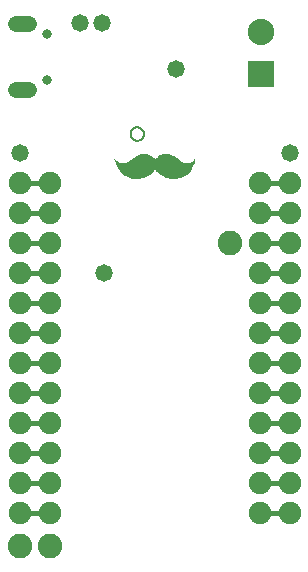
<source format=gbs>
G75*
%MOIN*%
%OFA0B0*%
%FSLAX25Y25*%
%IPPOS*%
%LPD*%
%AMOC8*
5,1,8,0,0,1.08239X$1,22.5*
%
%ADD10R,0.00025X0.00025*%
%ADD11R,0.01325X0.00025*%
%ADD12R,0.01775X0.00025*%
%ADD13R,0.02325X0.00025*%
%ADD14R,0.02275X0.00025*%
%ADD15R,0.02575X0.00025*%
%ADD16R,0.02625X0.00025*%
%ADD17R,0.02975X0.00025*%
%ADD18R,0.03025X0.00025*%
%ADD19R,0.03225X0.00025*%
%ADD20R,0.03475X0.00025*%
%ADD21R,0.03525X0.00025*%
%ADD22R,0.03725X0.00025*%
%ADD23R,0.03675X0.00025*%
%ADD24R,0.03975X0.00025*%
%ADD25R,0.04125X0.00025*%
%ADD26R,0.04375X0.00025*%
%ADD27R,0.04475X0.00025*%
%ADD28R,0.04725X0.00025*%
%ADD29R,0.04875X0.00025*%
%ADD30R,0.04825X0.00025*%
%ADD31R,0.05025X0.00025*%
%ADD32R,0.05175X0.00025*%
%ADD33R,0.05125X0.00025*%
%ADD34R,0.05325X0.00025*%
%ADD35R,0.05425X0.00025*%
%ADD36R,0.05475X0.00025*%
%ADD37R,0.05625X0.00025*%
%ADD38R,0.05725X0.00025*%
%ADD39R,0.05675X0.00025*%
%ADD40R,0.05875X0.00025*%
%ADD41R,0.05975X0.00025*%
%ADD42R,0.06125X0.00025*%
%ADD43R,0.06225X0.00025*%
%ADD44R,0.06200X0.00025*%
%ADD45R,0.06375X0.00025*%
%ADD46R,0.06425X0.00025*%
%ADD47R,0.06575X0.00025*%
%ADD48R,0.06625X0.00025*%
%ADD49R,0.06825X0.00025*%
%ADD50R,0.06775X0.00025*%
%ADD51R,0.06875X0.00025*%
%ADD52R,0.06950X0.00025*%
%ADD53R,0.06975X0.00025*%
%ADD54R,0.07075X0.00025*%
%ADD55R,0.07025X0.00025*%
%ADD56R,0.07175X0.00025*%
%ADD57R,0.07250X0.00025*%
%ADD58R,0.07225X0.00025*%
%ADD59R,0.07375X0.00025*%
%ADD60R,0.07325X0.00025*%
%ADD61R,0.07425X0.00025*%
%ADD62R,0.07575X0.00025*%
%ADD63R,0.07525X0.00025*%
%ADD64R,0.07625X0.00025*%
%ADD65R,0.07675X0.00025*%
%ADD66R,0.07725X0.00025*%
%ADD67R,0.07775X0.00025*%
%ADD68R,0.07875X0.00025*%
%ADD69R,0.07925X0.00025*%
%ADD70R,0.07950X0.00025*%
%ADD71R,0.08075X0.00025*%
%ADD72R,0.08025X0.00025*%
%ADD73R,0.08125X0.00025*%
%ADD74R,0.08175X0.00025*%
%ADD75R,0.08250X0.00025*%
%ADD76R,0.08325X0.00025*%
%ADD77R,0.08375X0.00025*%
%ADD78R,0.08425X0.00025*%
%ADD79R,0.08500X0.00025*%
%ADD80R,0.08475X0.00025*%
%ADD81R,0.08575X0.00025*%
%ADD82R,0.08525X0.00025*%
%ADD83R,0.08625X0.00025*%
%ADD84R,0.08650X0.00025*%
%ADD85R,0.08675X0.00025*%
%ADD86R,0.08700X0.00025*%
%ADD87R,0.08775X0.00025*%
%ADD88R,0.08825X0.00025*%
%ADD89R,0.08925X0.00025*%
%ADD90R,0.08875X0.00025*%
%ADD91R,0.08975X0.00025*%
%ADD92R,0.09025X0.00025*%
%ADD93R,0.09075X0.00025*%
%ADD94R,0.09150X0.00025*%
%ADD95R,0.09225X0.00025*%
%ADD96R,0.09175X0.00025*%
%ADD97R,0.09325X0.00025*%
%ADD98R,0.09300X0.00025*%
%ADD99R,0.09350X0.00025*%
%ADD100R,0.09425X0.00025*%
%ADD101R,0.09475X0.00025*%
%ADD102R,0.09575X0.00025*%
%ADD103R,0.09525X0.00025*%
%ADD104R,0.09550X0.00025*%
%ADD105R,0.09675X0.00025*%
%ADD106R,0.09625X0.00025*%
%ADD107R,0.09775X0.00025*%
%ADD108R,0.09825X0.00025*%
%ADD109R,0.09875X0.00025*%
%ADD110R,0.09925X0.00025*%
%ADD111R,0.09975X0.00025*%
%ADD112R,0.10025X0.00025*%
%ADD113R,0.10075X0.00025*%
%ADD114R,0.10125X0.00025*%
%ADD115R,0.10175X0.00025*%
%ADD116R,0.10225X0.00025*%
%ADD117R,0.10300X0.00025*%
%ADD118R,0.10275X0.00025*%
%ADD119R,0.10325X0.00025*%
%ADD120R,0.10375X0.00025*%
%ADD121R,0.10425X0.00025*%
%ADD122R,0.10475X0.00025*%
%ADD123R,0.10500X0.00025*%
%ADD124R,0.10525X0.00025*%
%ADD125R,0.10600X0.00025*%
%ADD126R,0.10575X0.00025*%
%ADD127R,0.10625X0.00025*%
%ADD128R,0.10675X0.00025*%
%ADD129R,0.10725X0.00025*%
%ADD130R,0.10750X0.00025*%
%ADD131R,0.10775X0.00025*%
%ADD132R,0.10800X0.00025*%
%ADD133R,0.10825X0.00025*%
%ADD134R,0.10875X0.00025*%
%ADD135R,0.10850X0.00025*%
%ADD136R,0.10925X0.00025*%
%ADD137R,0.10950X0.00025*%
%ADD138R,0.10975X0.00025*%
%ADD139R,0.11025X0.00025*%
%ADD140R,0.11075X0.00025*%
%ADD141R,0.11125X0.00025*%
%ADD142R,0.11100X0.00025*%
%ADD143R,0.11200X0.00025*%
%ADD144R,0.11175X0.00025*%
%ADD145R,0.11225X0.00025*%
%ADD146R,0.11275X0.00025*%
%ADD147R,0.11325X0.00025*%
%ADD148R,0.11350X0.00025*%
%ADD149R,0.11375X0.00025*%
%ADD150R,0.11425X0.00025*%
%ADD151R,0.11450X0.00025*%
%ADD152R,0.11500X0.00025*%
%ADD153R,0.11575X0.00025*%
%ADD154R,0.11550X0.00025*%
%ADD155R,0.11625X0.00025*%
%ADD156R,0.11675X0.00025*%
%ADD157R,0.11725X0.00025*%
%ADD158R,0.11750X0.00025*%
%ADD159R,0.11775X0.00025*%
%ADD160R,0.11800X0.00025*%
%ADD161R,0.11825X0.00025*%
%ADD162R,0.11850X0.00025*%
%ADD163R,0.11875X0.00025*%
%ADD164R,0.11925X0.00025*%
%ADD165R,0.11950X0.00025*%
%ADD166R,0.12000X0.00025*%
%ADD167R,0.11975X0.00025*%
%ADD168R,0.12025X0.00025*%
%ADD169R,0.12075X0.00025*%
%ADD170R,0.12125X0.00025*%
%ADD171R,0.12150X0.00025*%
%ADD172R,0.24325X0.00025*%
%ADD173R,0.24375X0.00025*%
%ADD174R,0.24400X0.00025*%
%ADD175R,0.24450X0.00025*%
%ADD176R,0.24425X0.00025*%
%ADD177R,0.24500X0.00025*%
%ADD178R,0.24525X0.00025*%
%ADD179R,0.24575X0.00025*%
%ADD180R,0.24550X0.00025*%
%ADD181R,0.24600X0.00025*%
%ADD182R,0.24625X0.00025*%
%ADD183R,0.24675X0.00025*%
%ADD184R,0.24700X0.00025*%
%ADD185R,0.24725X0.00025*%
%ADD186R,0.24775X0.00025*%
%ADD187R,0.24800X0.00025*%
%ADD188R,0.24850X0.00025*%
%ADD189R,0.24875X0.00025*%
%ADD190R,0.24900X0.00025*%
%ADD191R,0.24950X0.00025*%
%ADD192R,0.24975X0.00025*%
%ADD193R,0.25000X0.00025*%
%ADD194R,0.25050X0.00025*%
%ADD195R,0.25075X0.00025*%
%ADD196R,0.25100X0.00025*%
%ADD197R,0.25150X0.00025*%
%ADD198R,0.25175X0.00025*%
%ADD199R,0.25200X0.00025*%
%ADD200R,0.25250X0.00025*%
%ADD201R,0.25275X0.00025*%
%ADD202R,0.25300X0.00025*%
%ADD203R,0.25325X0.00025*%
%ADD204R,0.25375X0.00025*%
%ADD205R,0.25400X0.00025*%
%ADD206R,0.25425X0.00025*%
%ADD207R,0.25475X0.00025*%
%ADD208R,0.25450X0.00025*%
%ADD209R,0.25500X0.00025*%
%ADD210R,0.25525X0.00025*%
%ADD211R,0.25550X0.00025*%
%ADD212R,0.25575X0.00025*%
%ADD213R,0.25600X0.00025*%
%ADD214R,0.25650X0.00025*%
%ADD215R,0.25625X0.00025*%
%ADD216R,0.25675X0.00025*%
%ADD217R,0.25700X0.00025*%
%ADD218R,0.25725X0.00025*%
%ADD219R,0.25750X0.00025*%
%ADD220R,0.25775X0.00025*%
%ADD221R,0.25800X0.00025*%
%ADD222R,0.25825X0.00025*%
%ADD223R,0.23325X0.00025*%
%ADD224R,0.02225X0.00025*%
%ADD225R,0.02025X0.00025*%
%ADD226R,0.20375X0.00025*%
%ADD227R,0.01950X0.00025*%
%ADD228R,0.01925X0.00025*%
%ADD229R,0.20225X0.00025*%
%ADD230R,0.01850X0.00025*%
%ADD231R,0.19975X0.00025*%
%ADD232R,0.01675X0.00025*%
%ADD233R,0.01625X0.00025*%
%ADD234R,0.19825X0.00025*%
%ADD235R,0.01525X0.00025*%
%ADD236R,0.19625X0.00025*%
%ADD237R,0.01425X0.00025*%
%ADD238R,0.01475X0.00025*%
%ADD239R,0.19475X0.00025*%
%ADD240R,0.01375X0.00025*%
%ADD241R,0.19325X0.00025*%
%ADD242R,0.19225X0.00025*%
%ADD243R,0.01275X0.00025*%
%ADD244R,0.01250X0.00025*%
%ADD245R,0.19125X0.00025*%
%ADD246R,0.01225X0.00025*%
%ADD247R,0.01200X0.00025*%
%ADD248R,0.18975X0.00025*%
%ADD249R,0.01175X0.00025*%
%ADD250R,0.01125X0.00025*%
%ADD251R,0.18825X0.00025*%
%ADD252R,0.01075X0.00025*%
%ADD253R,0.18775X0.00025*%
%ADD254R,0.01025X0.00025*%
%ADD255R,0.18650X0.00025*%
%ADD256R,0.01000X0.00025*%
%ADD257R,0.00975X0.00025*%
%ADD258R,0.18575X0.00025*%
%ADD259R,0.00950X0.00025*%
%ADD260R,0.18450X0.00025*%
%ADD261R,0.00925X0.00025*%
%ADD262R,0.18375X0.00025*%
%ADD263R,0.00875X0.00025*%
%ADD264R,0.18325X0.00025*%
%ADD265R,0.00825X0.00025*%
%ADD266R,0.18225X0.00025*%
%ADD267R,0.00775X0.00025*%
%ADD268R,0.18125X0.00025*%
%ADD269R,0.00750X0.00025*%
%ADD270R,0.18075X0.00025*%
%ADD271R,0.00725X0.00025*%
%ADD272R,0.00700X0.00025*%
%ADD273R,0.17925X0.00025*%
%ADD274R,0.00675X0.00025*%
%ADD275R,0.17875X0.00025*%
%ADD276R,0.17825X0.00025*%
%ADD277R,0.00625X0.00025*%
%ADD278R,0.17700X0.00025*%
%ADD279R,0.00575X0.00025*%
%ADD280R,0.17625X0.00025*%
%ADD281R,0.00600X0.00025*%
%ADD282R,0.17575X0.00025*%
%ADD283R,0.00550X0.00025*%
%ADD284R,0.17450X0.00025*%
%ADD285R,0.00525X0.00025*%
%ADD286R,0.17375X0.00025*%
%ADD287R,0.00500X0.00025*%
%ADD288R,0.17325X0.00025*%
%ADD289R,0.00475X0.00025*%
%ADD290R,0.17275X0.00025*%
%ADD291R,0.17150X0.00025*%
%ADD292R,0.00425X0.00025*%
%ADD293R,0.17075X0.00025*%
%ADD294R,0.00400X0.00025*%
%ADD295R,0.17025X0.00025*%
%ADD296R,0.16975X0.00025*%
%ADD297R,0.00375X0.00025*%
%ADD298R,0.16925X0.00025*%
%ADD299R,0.00350X0.00025*%
%ADD300R,0.16850X0.00025*%
%ADD301R,0.00325X0.00025*%
%ADD302R,0.16725X0.00025*%
%ADD303R,0.16675X0.00025*%
%ADD304R,0.00300X0.00025*%
%ADD305R,0.16625X0.00025*%
%ADD306R,0.00275X0.00025*%
%ADD307R,0.16575X0.00025*%
%ADD308R,0.16450X0.00025*%
%ADD309R,0.00250X0.00025*%
%ADD310R,0.16400X0.00025*%
%ADD311R,0.00225X0.00025*%
%ADD312R,0.16325X0.00025*%
%ADD313R,0.16275X0.00025*%
%ADD314R,0.00200X0.00025*%
%ADD315R,0.16225X0.00025*%
%ADD316R,0.00175X0.00025*%
%ADD317R,0.16175X0.00025*%
%ADD318R,0.16025X0.00025*%
%ADD319R,0.00150X0.00025*%
%ADD320R,0.15975X0.00025*%
%ADD321R,0.00125X0.00025*%
%ADD322R,0.15925X0.00025*%
%ADD323R,0.15875X0.00025*%
%ADD324R,0.15825X0.00025*%
%ADD325R,0.15775X0.00025*%
%ADD326R,0.00100X0.00025*%
%ADD327R,0.15625X0.00025*%
%ADD328R,0.00075X0.00025*%
%ADD329R,0.15525X0.00025*%
%ADD330R,0.07550X0.00025*%
%ADD331R,0.00050X0.00025*%
%ADD332R,0.07475X0.00025*%
%ADD333R,0.07500X0.00025*%
%ADD334R,0.07275X0.00025*%
%ADD335R,0.07200X0.00025*%
%ADD336R,0.07125X0.00025*%
%ADD337R,0.07150X0.00025*%
%ADD338R,0.06925X0.00025*%
%ADD339R,0.06800X0.00025*%
%ADD340R,0.06850X0.00025*%
%ADD341R,0.06675X0.00025*%
%ADD342R,0.06725X0.00025*%
%ADD343R,0.06650X0.00025*%
%ADD344R,0.06550X0.00025*%
%ADD345R,0.06600X0.00025*%
%ADD346R,0.06525X0.00025*%
%ADD347R,0.06450X0.00025*%
%ADD348R,0.06325X0.00025*%
%ADD349R,0.06275X0.00025*%
%ADD350R,0.06175X0.00025*%
%ADD351R,0.06075X0.00025*%
%ADD352R,0.06025X0.00025*%
%ADD353R,0.05900X0.00025*%
%ADD354R,0.05925X0.00025*%
%ADD355R,0.05850X0.00025*%
%ADD356R,0.05775X0.00025*%
%ADD357R,0.05650X0.00025*%
%ADD358R,0.05600X0.00025*%
%ADD359R,0.05500X0.00025*%
%ADD360R,0.05375X0.00025*%
%ADD361R,0.05275X0.00025*%
%ADD362R,0.05225X0.00025*%
%ADD363R,0.05150X0.00025*%
%ADD364R,0.04975X0.00025*%
%ADD365R,0.04900X0.00025*%
%ADD366R,0.04925X0.00025*%
%ADD367R,0.04800X0.00025*%
%ADD368R,0.04675X0.00025*%
%ADD369R,0.04525X0.00025*%
%ADD370R,0.04575X0.00025*%
%ADD371R,0.04425X0.00025*%
%ADD372R,0.04325X0.00025*%
%ADD373R,0.04175X0.00025*%
%ADD374R,0.04225X0.00025*%
%ADD375R,0.04025X0.00025*%
%ADD376R,0.03925X0.00025*%
%ADD377R,0.03775X0.00025*%
%ADD378R,0.03875X0.00025*%
%ADD379R,0.03575X0.00025*%
%ADD380R,0.03650X0.00025*%
%ADD381R,0.03375X0.00025*%
%ADD382R,0.03275X0.00025*%
%ADD383R,0.03325X0.00025*%
%ADD384R,0.03075X0.00025*%
%ADD385R,0.03175X0.00025*%
%ADD386R,0.02875X0.00025*%
%ADD387R,0.02925X0.00025*%
%ADD388R,0.02775X0.00025*%
%ADD389R,0.02825X0.00025*%
%ADD390R,0.02425X0.00025*%
%ADD391R,0.02525X0.00025*%
%ADD392R,0.02075X0.00025*%
%ADD393R,0.02125X0.00025*%
%ADD394R,0.01825X0.00025*%
%ADD395R,0.01875X0.00025*%
%ADD396R,0.01725X0.00025*%
%ADD397C,0.00800*%
%ADD398C,0.01600*%
%ADD399C,0.03162*%
%ADD400C,0.05169*%
%ADD401C,0.08200*%
%ADD402R,0.08800X0.08800*%
%ADD403C,0.08800*%
%ADD404C,0.07500*%
%ADD405C,0.05800*%
D10*
X0050440Y0138292D03*
X0051290Y0137842D03*
X0051540Y0137742D03*
X0051990Y0137592D03*
X0052465Y0137467D03*
X0052590Y0137442D03*
X0052715Y0137417D03*
X0052890Y0137392D03*
X0053015Y0137367D03*
X0053240Y0137342D03*
X0053290Y0137342D03*
X0053415Y0137317D03*
X0053465Y0137317D03*
X0053515Y0137317D03*
X0053990Y0137292D03*
X0054040Y0137292D03*
X0054090Y0137292D03*
X0054140Y0137292D03*
X0054190Y0137292D03*
X0054240Y0137292D03*
X0054290Y0137292D03*
X0054340Y0137292D03*
X0054390Y0137292D03*
X0054440Y0137292D03*
X0054915Y0137317D03*
X0054965Y0137317D03*
X0055015Y0137317D03*
X0055140Y0137342D03*
X0055190Y0137342D03*
X0055415Y0137367D03*
X0055540Y0137392D03*
X0055590Y0137392D03*
X0055765Y0137417D03*
X0055890Y0137442D03*
X0056015Y0137467D03*
X0056265Y0137517D03*
X0056340Y0137542D03*
X0056965Y0137717D03*
X0057640Y0137992D03*
X0057815Y0138067D03*
X0063140Y0138092D03*
X0064140Y0137692D03*
X0064290Y0137642D03*
X0064490Y0137592D03*
X0064890Y0137492D03*
X0064965Y0137467D03*
X0065140Y0137442D03*
X0065215Y0137417D03*
X0065440Y0137392D03*
X0065565Y0137367D03*
X0065615Y0137367D03*
X0065840Y0137342D03*
X0066015Y0137317D03*
X0066065Y0137317D03*
X0066115Y0137317D03*
X0066590Y0137292D03*
X0066640Y0137292D03*
X0066690Y0137292D03*
X0066740Y0137292D03*
X0066790Y0137292D03*
X0066840Y0137292D03*
X0066890Y0137292D03*
X0066940Y0137292D03*
X0066990Y0137292D03*
X0067515Y0137317D03*
X0067565Y0137317D03*
X0067690Y0137342D03*
X0067740Y0137342D03*
X0067965Y0137367D03*
X0068015Y0137367D03*
X0068315Y0137417D03*
X0068565Y0137467D03*
X0068640Y0137492D03*
X0068765Y0137517D03*
X0068840Y0137542D03*
X0069115Y0137617D03*
X0069265Y0137667D03*
X0070690Y0142092D03*
X0070915Y0142067D03*
X0070965Y0142067D03*
X0071015Y0142067D03*
X0071065Y0142067D03*
X0071115Y0142067D03*
X0071165Y0142067D03*
X0071440Y0142092D03*
X0071565Y0142117D03*
X0071740Y0142142D03*
X0071990Y0142192D03*
X0072890Y0142592D03*
X0073790Y0143492D03*
X0073815Y0143567D03*
X0073815Y0143617D03*
X0065940Y0144942D03*
X0065765Y0145017D03*
X0065690Y0145042D03*
X0065540Y0145092D03*
X0065315Y0145167D03*
X0065190Y0145192D03*
X0065115Y0145217D03*
X0064940Y0145242D03*
X0064865Y0145267D03*
X0064815Y0145267D03*
X0064590Y0145292D03*
X0064540Y0145292D03*
X0064490Y0145292D03*
X0063990Y0145292D03*
X0063940Y0145292D03*
X0063890Y0145292D03*
X0063840Y0145292D03*
X0063615Y0145267D03*
X0063490Y0145242D03*
X0063315Y0145217D03*
X0063240Y0145192D03*
X0063115Y0145167D03*
X0063040Y0145142D03*
X0062190Y0144792D03*
X0058340Y0144992D03*
X0058315Y0145017D03*
X0058015Y0145117D03*
X0057440Y0145242D03*
X0057315Y0145267D03*
X0056990Y0145292D03*
X0056940Y0145292D03*
X0056890Y0145292D03*
X0056840Y0145292D03*
X0056790Y0145292D03*
X0056740Y0145292D03*
X0056690Y0145292D03*
X0056640Y0145292D03*
X0056590Y0145292D03*
X0056540Y0145292D03*
X0056490Y0145292D03*
X0056215Y0145267D03*
X0056090Y0145242D03*
X0055915Y0145217D03*
X0055840Y0145192D03*
X0055715Y0145167D03*
X0055640Y0145142D03*
X0055190Y0144992D03*
X0055115Y0144967D03*
X0051040Y0142342D03*
X0050965Y0142317D03*
X0050790Y0142242D03*
X0050715Y0142217D03*
X0050240Y0142092D03*
X0050190Y0142092D03*
X0049740Y0142092D03*
X0049690Y0142092D03*
X0049640Y0142092D03*
X0049515Y0142117D03*
X0049340Y0142142D03*
X0049215Y0142167D03*
X0049090Y0142192D03*
X0049015Y0142217D03*
X0047190Y0143542D03*
X0047190Y0143592D03*
X0047165Y0143617D03*
X0047165Y0143667D03*
D11*
X0048165Y0142267D03*
X0054215Y0137317D03*
X0066815Y0137317D03*
D12*
X0066765Y0137342D03*
X0054215Y0137342D03*
X0048415Y0142142D03*
D13*
X0054215Y0137367D03*
D14*
X0066790Y0137367D03*
X0064215Y0145142D03*
D15*
X0056765Y0145092D03*
X0054215Y0137392D03*
D16*
X0066790Y0137392D03*
X0064190Y0145092D03*
D17*
X0054240Y0137417D03*
D18*
X0066765Y0137417D03*
X0056765Y0145017D03*
D19*
X0054240Y0137442D03*
X0066790Y0137442D03*
D20*
X0054240Y0137467D03*
D21*
X0066765Y0137467D03*
X0064215Y0144917D03*
X0056765Y0144917D03*
D22*
X0056765Y0144867D03*
X0064215Y0144867D03*
X0054240Y0137492D03*
D23*
X0066765Y0137492D03*
D24*
X0066740Y0137517D03*
X0054240Y0137517D03*
X0056765Y0144792D03*
X0064240Y0144817D03*
D25*
X0056765Y0144767D03*
X0054240Y0137542D03*
X0066740Y0137542D03*
D26*
X0066740Y0137567D03*
X0054240Y0137567D03*
X0056765Y0144692D03*
D27*
X0056740Y0144667D03*
X0054265Y0137592D03*
X0066765Y0137592D03*
D28*
X0066715Y0137617D03*
X0054265Y0137617D03*
X0056740Y0144592D03*
X0064240Y0144592D03*
D29*
X0064240Y0144567D03*
X0054265Y0137642D03*
D30*
X0066740Y0137642D03*
D31*
X0066715Y0137667D03*
X0054265Y0137667D03*
X0056740Y0144492D03*
X0064240Y0144492D03*
X0064265Y0144517D03*
D32*
X0064240Y0144467D03*
X0054265Y0137692D03*
D33*
X0066740Y0137692D03*
D34*
X0066715Y0137717D03*
X0054265Y0137717D03*
X0056740Y0144392D03*
X0064265Y0144417D03*
D35*
X0056715Y0144367D03*
X0054290Y0137742D03*
D36*
X0066715Y0137742D03*
X0064240Y0144367D03*
X0056715Y0144342D03*
D37*
X0064265Y0144317D03*
X0066715Y0137767D03*
X0054265Y0137767D03*
D38*
X0054290Y0137792D03*
X0056715Y0144267D03*
X0064265Y0144267D03*
D39*
X0064265Y0144292D03*
X0066715Y0137792D03*
D40*
X0066690Y0137817D03*
X0054290Y0137817D03*
D41*
X0054315Y0137842D03*
X0066715Y0137842D03*
D42*
X0066715Y0137867D03*
X0054315Y0137867D03*
X0056715Y0144117D03*
D43*
X0054290Y0137892D03*
D44*
X0066703Y0137892D03*
D45*
X0066690Y0137917D03*
X0054290Y0137917D03*
X0056690Y0144017D03*
D46*
X0056690Y0143992D03*
X0064290Y0143992D03*
X0066690Y0137942D03*
X0054290Y0137942D03*
D47*
X0054290Y0137967D03*
X0066690Y0137967D03*
X0064290Y0143967D03*
D48*
X0066690Y0137992D03*
X0054290Y0137992D03*
D49*
X0054315Y0138017D03*
X0066690Y0138042D03*
D50*
X0066690Y0138017D03*
X0056690Y0143867D03*
D51*
X0054315Y0138042D03*
D52*
X0054303Y0138067D03*
X0056653Y0143792D03*
D53*
X0064315Y0143792D03*
X0066690Y0138067D03*
D54*
X0054315Y0138092D03*
X0056665Y0143742D03*
X0064315Y0143742D03*
D55*
X0064315Y0143767D03*
X0056665Y0143767D03*
X0066690Y0138092D03*
D56*
X0066690Y0138117D03*
X0054340Y0138117D03*
X0056665Y0143692D03*
D57*
X0054328Y0138142D03*
D58*
X0066690Y0138142D03*
D59*
X0064340Y0143617D03*
X0056640Y0143617D03*
X0054340Y0138167D03*
D60*
X0056640Y0143642D03*
X0064340Y0143642D03*
X0066665Y0138167D03*
D61*
X0066690Y0138192D03*
X0064340Y0143592D03*
X0056640Y0143592D03*
X0054340Y0138192D03*
D62*
X0054340Y0138217D03*
X0066665Y0138242D03*
D63*
X0066665Y0138217D03*
X0056640Y0143542D03*
D64*
X0056615Y0143517D03*
X0064365Y0143517D03*
X0054340Y0138242D03*
D65*
X0054340Y0138267D03*
X0056615Y0143492D03*
X0064365Y0143492D03*
D66*
X0064365Y0143467D03*
X0056615Y0143467D03*
X0054340Y0138292D03*
X0066665Y0138267D03*
D67*
X0066665Y0138292D03*
D68*
X0066640Y0138317D03*
X0054340Y0138317D03*
D69*
X0054340Y0138342D03*
D70*
X0066653Y0138342D03*
D71*
X0066665Y0138392D03*
X0054340Y0138367D03*
D72*
X0066665Y0138367D03*
D73*
X0054340Y0138392D03*
D74*
X0054340Y0138417D03*
X0066640Y0138417D03*
D75*
X0066653Y0138442D03*
X0054353Y0138442D03*
D76*
X0054365Y0138467D03*
D77*
X0054365Y0138492D03*
X0066640Y0138467D03*
D78*
X0066640Y0138492D03*
D79*
X0054353Y0138517D03*
D80*
X0066640Y0138517D03*
D81*
X0054365Y0138542D03*
D82*
X0066640Y0138542D03*
D83*
X0054365Y0138567D03*
D84*
X0066628Y0138567D03*
D85*
X0054365Y0138592D03*
D86*
X0066628Y0138592D03*
D87*
X0066640Y0138617D03*
X0054365Y0138617D03*
D88*
X0054365Y0138642D03*
X0066640Y0138642D03*
D89*
X0066640Y0138692D03*
X0054365Y0138667D03*
D90*
X0066640Y0138667D03*
D91*
X0054365Y0138692D03*
D92*
X0054365Y0138717D03*
X0066615Y0138717D03*
D93*
X0066615Y0138742D03*
X0054365Y0138742D03*
D94*
X0054378Y0138767D03*
X0066628Y0138767D03*
D95*
X0054390Y0138792D03*
D96*
X0066615Y0138792D03*
D97*
X0054390Y0138842D03*
X0054365Y0138817D03*
D98*
X0066628Y0138817D03*
D99*
X0066628Y0138842D03*
D100*
X0066615Y0138867D03*
X0054390Y0138892D03*
X0054365Y0138867D03*
D101*
X0066615Y0138892D03*
D102*
X0066615Y0138942D03*
X0054390Y0138917D03*
D103*
X0066615Y0138917D03*
D104*
X0054378Y0138942D03*
D105*
X0054390Y0138967D03*
X0054365Y0138992D03*
X0066615Y0138992D03*
D106*
X0066615Y0138967D03*
D107*
X0066590Y0139017D03*
X0066615Y0139042D03*
X0054390Y0139017D03*
D108*
X0054390Y0139042D03*
D109*
X0054390Y0139067D03*
X0066590Y0139067D03*
X0066615Y0139092D03*
D110*
X0054390Y0139092D03*
D111*
X0054390Y0139117D03*
X0066590Y0139117D03*
D112*
X0066590Y0139142D03*
X0054390Y0139142D03*
D113*
X0054390Y0139167D03*
X0066590Y0139167D03*
D114*
X0066590Y0139192D03*
X0054390Y0139192D03*
D115*
X0054390Y0139217D03*
X0066590Y0139217D03*
D116*
X0066590Y0139242D03*
X0054390Y0139242D03*
D117*
X0054403Y0139267D03*
D118*
X0066590Y0139267D03*
D119*
X0066590Y0139292D03*
X0054390Y0139292D03*
D120*
X0054390Y0139317D03*
X0066590Y0139317D03*
D121*
X0066590Y0139342D03*
X0054390Y0139342D03*
D122*
X0054390Y0139367D03*
X0066590Y0139367D03*
D123*
X0054403Y0139392D03*
D124*
X0066590Y0139392D03*
D125*
X0054403Y0139417D03*
X0054403Y0139442D03*
D126*
X0066590Y0139417D03*
D127*
X0066590Y0139442D03*
D128*
X0066590Y0139467D03*
X0054415Y0139492D03*
X0054390Y0139467D03*
D129*
X0066590Y0139492D03*
D130*
X0054403Y0139517D03*
D131*
X0054415Y0139542D03*
X0066590Y0139517D03*
D132*
X0066578Y0139542D03*
D133*
X0054415Y0139567D03*
D134*
X0054415Y0139592D03*
X0066590Y0139567D03*
D135*
X0066578Y0139592D03*
D136*
X0054415Y0139617D03*
D137*
X0066578Y0139617D03*
X0066578Y0139642D03*
D138*
X0054415Y0139642D03*
D139*
X0054415Y0139667D03*
X0066565Y0139667D03*
X0066590Y0139692D03*
D140*
X0054415Y0139692D03*
D141*
X0054415Y0139717D03*
X0054415Y0139742D03*
X0066590Y0139742D03*
D142*
X0066578Y0139717D03*
D143*
X0054428Y0139767D03*
D144*
X0054415Y0139792D03*
X0066590Y0139767D03*
D145*
X0066590Y0139792D03*
D146*
X0066590Y0139817D03*
X0066565Y0139842D03*
X0054415Y0139842D03*
X0054415Y0139817D03*
D147*
X0054415Y0139867D03*
D148*
X0066578Y0139867D03*
D149*
X0066565Y0139892D03*
X0054415Y0139892D03*
D150*
X0054415Y0139917D03*
X0066565Y0139917D03*
D151*
X0066578Y0139942D03*
X0054428Y0139942D03*
D152*
X0054428Y0139967D03*
X0054428Y0139992D03*
X0066578Y0139992D03*
X0066578Y0139967D03*
D153*
X0066565Y0140042D03*
X0054440Y0140017D03*
X0054415Y0140042D03*
D154*
X0066578Y0140017D03*
D155*
X0066565Y0140067D03*
X0054415Y0140067D03*
D156*
X0054415Y0140092D03*
X0066565Y0140092D03*
D157*
X0066565Y0140117D03*
X0054415Y0140117D03*
D158*
X0054428Y0140142D03*
X0066578Y0140142D03*
D159*
X0054440Y0140167D03*
X0054415Y0140192D03*
D160*
X0066578Y0140192D03*
X0066578Y0140167D03*
D161*
X0054415Y0140217D03*
D162*
X0066578Y0140217D03*
D163*
X0066565Y0140242D03*
X0054415Y0140242D03*
D164*
X0054415Y0140267D03*
X0054440Y0140292D03*
X0066565Y0140267D03*
D165*
X0066578Y0140292D03*
D166*
X0054428Y0140317D03*
X0054428Y0140342D03*
D167*
X0066565Y0140342D03*
X0066590Y0140317D03*
D168*
X0066565Y0140367D03*
X0054415Y0140367D03*
D169*
X0054415Y0140392D03*
X0066565Y0140392D03*
D170*
X0066565Y0140417D03*
X0066590Y0140442D03*
X0054415Y0140417D03*
D171*
X0054428Y0140442D03*
D172*
X0060490Y0140492D03*
X0060515Y0140467D03*
D173*
X0060490Y0140517D03*
D174*
X0060503Y0140542D03*
D175*
X0060503Y0140567D03*
D176*
X0060490Y0140592D03*
D177*
X0060503Y0140617D03*
D178*
X0060490Y0140642D03*
D179*
X0060490Y0140667D03*
D180*
X0060503Y0140692D03*
D181*
X0060503Y0140717D03*
D182*
X0060490Y0140742D03*
D183*
X0060490Y0140767D03*
D184*
X0060503Y0140792D03*
D185*
X0060515Y0140817D03*
X0060490Y0140842D03*
D186*
X0060490Y0140867D03*
D187*
X0060503Y0140892D03*
D188*
X0060503Y0140917D03*
X0060503Y0140942D03*
D189*
X0060490Y0140967D03*
D190*
X0060503Y0140992D03*
D191*
X0060503Y0141017D03*
X0060503Y0141042D03*
D192*
X0060490Y0141067D03*
D193*
X0060503Y0141092D03*
D194*
X0060503Y0141117D03*
X0060503Y0141142D03*
D195*
X0060490Y0141167D03*
D196*
X0060503Y0141192D03*
D197*
X0060503Y0141217D03*
X0060503Y0141242D03*
D198*
X0060490Y0141267D03*
D199*
X0060503Y0141292D03*
D200*
X0060503Y0141317D03*
X0060503Y0141342D03*
D201*
X0060490Y0141367D03*
D202*
X0060503Y0141392D03*
D203*
X0060515Y0141417D03*
X0060490Y0141442D03*
D204*
X0060490Y0141467D03*
D205*
X0060503Y0141492D03*
X0060503Y0141517D03*
D206*
X0060490Y0141542D03*
D207*
X0060490Y0141567D03*
D208*
X0060503Y0141592D03*
D209*
X0060503Y0141617D03*
D210*
X0060490Y0141642D03*
X0060490Y0141692D03*
D211*
X0060503Y0141667D03*
D212*
X0060490Y0141717D03*
D213*
X0060503Y0141742D03*
D214*
X0060503Y0141767D03*
D215*
X0060490Y0141792D03*
D216*
X0060490Y0141817D03*
D217*
X0060503Y0141842D03*
X0060503Y0141867D03*
D218*
X0060490Y0141892D03*
D219*
X0060503Y0141917D03*
X0060503Y0141942D03*
D220*
X0060490Y0141967D03*
D221*
X0060503Y0141992D03*
D222*
X0060515Y0142017D03*
X0060490Y0142042D03*
D223*
X0059215Y0142067D03*
D224*
X0056790Y0145142D03*
X0072315Y0142067D03*
D225*
X0048590Y0142092D03*
D226*
X0060465Y0142092D03*
D227*
X0072453Y0142092D03*
D228*
X0048515Y0142117D03*
D229*
X0060465Y0142117D03*
D230*
X0072528Y0142117D03*
D231*
X0060465Y0142142D03*
D232*
X0056790Y0145217D03*
X0072615Y0142142D03*
D233*
X0072665Y0142167D03*
X0048365Y0142167D03*
D234*
X0060465Y0142167D03*
D235*
X0048290Y0142192D03*
D236*
X0060490Y0142192D03*
D237*
X0072740Y0142192D03*
X0072765Y0142217D03*
D238*
X0048240Y0142217D03*
D239*
X0060490Y0142217D03*
D240*
X0064215Y0145242D03*
X0072815Y0142242D03*
X0048215Y0142242D03*
D241*
X0060490Y0142242D03*
D242*
X0060465Y0142267D03*
D243*
X0056765Y0145242D03*
X0072840Y0142267D03*
D244*
X0048128Y0142292D03*
D245*
X0060490Y0142292D03*
D246*
X0072890Y0142292D03*
D247*
X0048078Y0142317D03*
D248*
X0060490Y0142317D03*
D249*
X0072940Y0142317D03*
D250*
X0064215Y0145267D03*
X0048040Y0142342D03*
X0048015Y0142367D03*
D251*
X0060490Y0142342D03*
D252*
X0072965Y0142342D03*
X0072990Y0142367D03*
D253*
X0060490Y0142367D03*
D254*
X0056765Y0145267D03*
X0047990Y0142392D03*
D255*
X0060478Y0142392D03*
D256*
X0073028Y0142392D03*
D257*
X0073065Y0142417D03*
X0047940Y0142417D03*
D258*
X0060490Y0142417D03*
D259*
X0047928Y0142442D03*
X0047903Y0142467D03*
D260*
X0060478Y0142442D03*
D261*
X0073090Y0142442D03*
X0073115Y0142467D03*
D262*
X0060490Y0142467D03*
D263*
X0047865Y0142492D03*
X0047840Y0142517D03*
D264*
X0060490Y0142492D03*
D265*
X0073140Y0142492D03*
X0073165Y0142517D03*
D266*
X0060465Y0142517D03*
D267*
X0047815Y0142542D03*
X0047790Y0142567D03*
D268*
X0060490Y0142542D03*
D269*
X0073203Y0142542D03*
D270*
X0060490Y0142567D03*
D271*
X0073215Y0142567D03*
X0073265Y0142617D03*
D272*
X0047753Y0142592D03*
X0047728Y0142617D03*
D273*
X0060490Y0142592D03*
D274*
X0073265Y0142592D03*
X0047715Y0142642D03*
X0047690Y0142667D03*
D275*
X0060490Y0142617D03*
D276*
X0060490Y0142642D03*
D277*
X0073290Y0142642D03*
X0073315Y0142667D03*
X0047665Y0142717D03*
D278*
X0060478Y0142667D03*
D279*
X0073340Y0142717D03*
X0047665Y0142692D03*
D280*
X0060490Y0142692D03*
D281*
X0073328Y0142692D03*
D282*
X0060490Y0142717D03*
D283*
X0073378Y0142742D03*
X0047628Y0142742D03*
D284*
X0060503Y0142742D03*
D285*
X0047615Y0142767D03*
X0047590Y0142792D03*
D286*
X0060490Y0142767D03*
D287*
X0073403Y0142767D03*
X0047578Y0142817D03*
D288*
X0060490Y0142792D03*
D289*
X0073415Y0142792D03*
X0073440Y0142817D03*
X0047565Y0142842D03*
X0047540Y0142867D03*
D290*
X0060490Y0142817D03*
D291*
X0060503Y0142842D03*
D292*
X0064240Y0145292D03*
X0073440Y0142842D03*
X0073465Y0142867D03*
X0047515Y0142917D03*
D293*
X0060490Y0142867D03*
D294*
X0073478Y0142892D03*
X0047528Y0142892D03*
D295*
X0060490Y0142892D03*
D296*
X0060490Y0142917D03*
D297*
X0073490Y0142917D03*
X0073515Y0142942D03*
X0047490Y0142942D03*
D298*
X0060490Y0142942D03*
D299*
X0073528Y0142967D03*
X0047478Y0142967D03*
X0047453Y0143017D03*
D300*
X0060503Y0142967D03*
D301*
X0073540Y0142992D03*
X0073565Y0143017D03*
X0047440Y0142992D03*
X0047415Y0143067D03*
D302*
X0060490Y0142992D03*
D303*
X0060490Y0143017D03*
D304*
X0047428Y0143042D03*
D305*
X0060490Y0143042D03*
D306*
X0073565Y0143042D03*
X0073590Y0143067D03*
X0047415Y0143092D03*
X0047390Y0143117D03*
D307*
X0060490Y0143067D03*
D308*
X0060503Y0143092D03*
D309*
X0073603Y0143092D03*
X0047378Y0143142D03*
D310*
X0060503Y0143117D03*
D311*
X0073615Y0143117D03*
X0073640Y0143142D03*
X0047365Y0143167D03*
X0047340Y0143192D03*
D312*
X0060490Y0143142D03*
D313*
X0060490Y0143167D03*
D314*
X0073653Y0143167D03*
X0073678Y0143217D03*
X0047328Y0143217D03*
D315*
X0060490Y0143192D03*
D316*
X0073665Y0143192D03*
X0073690Y0143267D03*
X0047315Y0143242D03*
X0047290Y0143267D03*
X0047290Y0143317D03*
D317*
X0060490Y0143217D03*
D318*
X0060490Y0143242D03*
D319*
X0073678Y0143242D03*
X0073703Y0143292D03*
X0047278Y0143342D03*
D320*
X0060490Y0143267D03*
D321*
X0073715Y0143317D03*
X0073740Y0143342D03*
X0073740Y0143367D03*
X0073765Y0143417D03*
X0047290Y0143292D03*
X0047265Y0143367D03*
D322*
X0060490Y0143292D03*
D323*
X0060490Y0143317D03*
D324*
X0060490Y0143342D03*
D325*
X0060490Y0143367D03*
D326*
X0047253Y0143392D03*
X0047228Y0143442D03*
X0047228Y0143467D03*
D327*
X0060490Y0143392D03*
X0060515Y0143417D03*
D328*
X0073765Y0143442D03*
X0073790Y0143467D03*
X0073790Y0143517D03*
X0073765Y0143392D03*
X0047240Y0143417D03*
X0047215Y0143492D03*
X0047190Y0143517D03*
D329*
X0060490Y0143442D03*
D330*
X0064353Y0143542D03*
D331*
X0073803Y0143542D03*
X0047178Y0143567D03*
D332*
X0056640Y0143567D03*
D333*
X0064353Y0143567D03*
D334*
X0064340Y0143667D03*
X0056640Y0143667D03*
D335*
X0064328Y0143692D03*
D336*
X0056665Y0143717D03*
D337*
X0064328Y0143717D03*
D338*
X0064315Y0143817D03*
X0056665Y0143817D03*
D339*
X0056678Y0143842D03*
X0064303Y0143867D03*
D340*
X0064303Y0143842D03*
D341*
X0064290Y0143917D03*
X0056665Y0143892D03*
D342*
X0064290Y0143892D03*
D343*
X0056678Y0143917D03*
D344*
X0056678Y0143942D03*
D345*
X0064303Y0143942D03*
D346*
X0056665Y0143967D03*
D347*
X0064303Y0144017D03*
D348*
X0064290Y0144042D03*
X0056690Y0144042D03*
D349*
X0056690Y0144067D03*
X0064290Y0144067D03*
D350*
X0064265Y0144092D03*
X0064290Y0144117D03*
X0056715Y0144092D03*
D351*
X0056715Y0144142D03*
X0064265Y0144142D03*
D352*
X0064265Y0144167D03*
X0056715Y0144167D03*
D353*
X0056703Y0144192D03*
D354*
X0064265Y0144217D03*
X0064290Y0144192D03*
D355*
X0056703Y0144217D03*
D356*
X0056715Y0144242D03*
X0064265Y0144242D03*
D357*
X0056728Y0144292D03*
D358*
X0056728Y0144317D03*
D359*
X0064253Y0144342D03*
D360*
X0064265Y0144392D03*
D361*
X0056740Y0144417D03*
D362*
X0056740Y0144442D03*
X0064240Y0144442D03*
D363*
X0056728Y0144467D03*
D364*
X0056740Y0144517D03*
D365*
X0056753Y0144542D03*
D366*
X0064240Y0144542D03*
D367*
X0056753Y0144567D03*
D368*
X0056740Y0144617D03*
X0064240Y0144617D03*
D369*
X0064215Y0144667D03*
X0056740Y0144642D03*
D370*
X0064215Y0144642D03*
D371*
X0064240Y0144692D03*
D372*
X0064215Y0144717D03*
X0056765Y0144717D03*
D373*
X0056765Y0144742D03*
X0064240Y0144767D03*
D374*
X0064240Y0144742D03*
D375*
X0064240Y0144792D03*
D376*
X0056765Y0144817D03*
D377*
X0056765Y0144842D03*
D378*
X0064215Y0144842D03*
D379*
X0056765Y0144892D03*
D380*
X0064228Y0144892D03*
D381*
X0064215Y0144942D03*
X0056765Y0144942D03*
D382*
X0056790Y0144967D03*
D383*
X0064215Y0144967D03*
D384*
X0064190Y0145017D03*
X0056765Y0144992D03*
D385*
X0064215Y0144992D03*
D386*
X0056765Y0145042D03*
D387*
X0064190Y0145042D03*
D388*
X0056790Y0145067D03*
D389*
X0064215Y0145067D03*
D390*
X0056765Y0145117D03*
D391*
X0064215Y0145117D03*
D392*
X0056790Y0145167D03*
D393*
X0064215Y0145167D03*
D394*
X0056790Y0145192D03*
D395*
X0064215Y0145192D03*
D396*
X0064215Y0145217D03*
D397*
X0052254Y0152267D02*
X0052256Y0152361D01*
X0052262Y0152455D01*
X0052272Y0152549D01*
X0052286Y0152642D01*
X0052304Y0152735D01*
X0052325Y0152827D01*
X0052351Y0152917D01*
X0052380Y0153007D01*
X0052413Y0153095D01*
X0052450Y0153182D01*
X0052490Y0153267D01*
X0052534Y0153351D01*
X0052582Y0153432D01*
X0052632Y0153512D01*
X0052687Y0153589D01*
X0052744Y0153664D01*
X0052804Y0153736D01*
X0052868Y0153806D01*
X0052934Y0153873D01*
X0053003Y0153937D01*
X0053075Y0153998D01*
X0053149Y0154056D01*
X0053226Y0154111D01*
X0053305Y0154163D01*
X0053386Y0154211D01*
X0053469Y0154256D01*
X0053553Y0154297D01*
X0053640Y0154335D01*
X0053728Y0154369D01*
X0053817Y0154399D01*
X0053907Y0154426D01*
X0053999Y0154448D01*
X0054091Y0154467D01*
X0054185Y0154482D01*
X0054278Y0154493D01*
X0054372Y0154500D01*
X0054466Y0154503D01*
X0054561Y0154502D01*
X0054655Y0154497D01*
X0054749Y0154488D01*
X0054842Y0154475D01*
X0054935Y0154458D01*
X0055027Y0154438D01*
X0055118Y0154413D01*
X0055208Y0154385D01*
X0055296Y0154353D01*
X0055384Y0154317D01*
X0055469Y0154277D01*
X0055553Y0154234D01*
X0055635Y0154188D01*
X0055715Y0154138D01*
X0055793Y0154084D01*
X0055868Y0154028D01*
X0055941Y0153968D01*
X0056012Y0153905D01*
X0056079Y0153840D01*
X0056144Y0153771D01*
X0056206Y0153700D01*
X0056265Y0153627D01*
X0056321Y0153551D01*
X0056373Y0153472D01*
X0056422Y0153392D01*
X0056468Y0153309D01*
X0056510Y0153225D01*
X0056549Y0153139D01*
X0056584Y0153051D01*
X0056615Y0152962D01*
X0056643Y0152872D01*
X0056666Y0152781D01*
X0056686Y0152689D01*
X0056702Y0152596D01*
X0056714Y0152502D01*
X0056722Y0152408D01*
X0056726Y0152314D01*
X0056726Y0152220D01*
X0056722Y0152126D01*
X0056714Y0152032D01*
X0056702Y0151938D01*
X0056686Y0151845D01*
X0056666Y0151753D01*
X0056643Y0151662D01*
X0056615Y0151572D01*
X0056584Y0151483D01*
X0056549Y0151395D01*
X0056510Y0151309D01*
X0056468Y0151225D01*
X0056422Y0151142D01*
X0056373Y0151062D01*
X0056321Y0150983D01*
X0056265Y0150907D01*
X0056206Y0150834D01*
X0056144Y0150763D01*
X0056079Y0150694D01*
X0056012Y0150629D01*
X0055941Y0150566D01*
X0055868Y0150506D01*
X0055793Y0150450D01*
X0055715Y0150396D01*
X0055635Y0150346D01*
X0055553Y0150300D01*
X0055469Y0150257D01*
X0055384Y0150217D01*
X0055296Y0150181D01*
X0055208Y0150149D01*
X0055118Y0150121D01*
X0055027Y0150096D01*
X0054935Y0150076D01*
X0054842Y0150059D01*
X0054749Y0150046D01*
X0054655Y0150037D01*
X0054561Y0150032D01*
X0054466Y0150031D01*
X0054372Y0150034D01*
X0054278Y0150041D01*
X0054185Y0150052D01*
X0054091Y0150067D01*
X0053999Y0150086D01*
X0053907Y0150108D01*
X0053817Y0150135D01*
X0053728Y0150165D01*
X0053640Y0150199D01*
X0053553Y0150237D01*
X0053469Y0150278D01*
X0053386Y0150323D01*
X0053305Y0150371D01*
X0053226Y0150423D01*
X0053149Y0150478D01*
X0053075Y0150536D01*
X0053003Y0150597D01*
X0052934Y0150661D01*
X0052868Y0150728D01*
X0052804Y0150798D01*
X0052744Y0150870D01*
X0052687Y0150945D01*
X0052632Y0151022D01*
X0052582Y0151102D01*
X0052534Y0151183D01*
X0052490Y0151267D01*
X0052450Y0151352D01*
X0052413Y0151439D01*
X0052380Y0151527D01*
X0052351Y0151617D01*
X0052325Y0151707D01*
X0052304Y0151799D01*
X0052286Y0151892D01*
X0052272Y0151985D01*
X0052262Y0152079D01*
X0052256Y0152173D01*
X0052254Y0152267D01*
D398*
X0025290Y0135867D02*
X0015290Y0135867D01*
X0015290Y0125867D02*
X0025290Y0125867D01*
X0025290Y0115867D02*
X0015290Y0115867D01*
X0015290Y0105867D02*
X0025290Y0105867D01*
X0025290Y0095867D02*
X0015290Y0095867D01*
X0015290Y0085867D02*
X0025290Y0085867D01*
X0025290Y0075867D02*
X0015290Y0075867D01*
X0015290Y0065867D02*
X0025290Y0065867D01*
X0025290Y0055867D02*
X0015290Y0055867D01*
X0015290Y0045867D02*
X0025290Y0045867D01*
X0025290Y0035867D02*
X0015290Y0035867D01*
X0015290Y0025867D02*
X0025290Y0025867D01*
X0095290Y0025867D02*
X0105290Y0025867D01*
X0105290Y0035867D02*
X0095290Y0035867D01*
X0095290Y0045867D02*
X0105290Y0045867D01*
X0105290Y0055867D02*
X0095290Y0055867D01*
X0095290Y0065867D02*
X0105290Y0065867D01*
X0105290Y0075867D02*
X0095290Y0075867D01*
X0095290Y0085867D02*
X0105290Y0085867D01*
X0105290Y0095867D02*
X0095290Y0095867D01*
X0095290Y0105867D02*
X0105290Y0105867D01*
X0105290Y0115867D02*
X0095290Y0115867D01*
X0095290Y0125867D02*
X0105290Y0125867D01*
X0105290Y0135867D02*
X0095290Y0135867D01*
D399*
X0024558Y0170189D03*
X0024558Y0185544D03*
D400*
X0018475Y0188792D02*
X0014106Y0188792D01*
X0014106Y0166941D02*
X0018475Y0166941D01*
D401*
X0015290Y0014867D03*
X0025290Y0014867D03*
X0085290Y0115867D03*
D402*
X0095790Y0172367D03*
D403*
X0095790Y0186146D03*
D404*
X0095290Y0135867D03*
X0105290Y0135867D03*
X0105290Y0125867D03*
X0095290Y0125867D03*
X0095290Y0115867D03*
X0105290Y0115867D03*
X0105290Y0105867D03*
X0095290Y0105867D03*
X0095290Y0095867D03*
X0105290Y0095867D03*
X0105290Y0085867D03*
X0095290Y0085867D03*
X0095290Y0075867D03*
X0105290Y0075867D03*
X0105290Y0065867D03*
X0095290Y0065867D03*
X0095290Y0055867D03*
X0105290Y0055867D03*
X0105290Y0045867D03*
X0095290Y0045867D03*
X0095290Y0035867D03*
X0105290Y0035867D03*
X0105290Y0025867D03*
X0095290Y0025867D03*
X0025290Y0025867D03*
X0015290Y0025867D03*
X0015290Y0035867D03*
X0025290Y0035867D03*
X0025290Y0045867D03*
X0015290Y0045867D03*
X0015290Y0055867D03*
X0025290Y0055867D03*
X0025290Y0065867D03*
X0015290Y0065867D03*
X0015290Y0075867D03*
X0025290Y0075867D03*
X0025290Y0085867D03*
X0015290Y0085867D03*
X0015290Y0095867D03*
X0025290Y0095867D03*
X0025290Y0105867D03*
X0015290Y0105867D03*
X0015290Y0115867D03*
X0025290Y0115867D03*
X0025290Y0125867D03*
X0015290Y0125867D03*
X0015290Y0135867D03*
X0025290Y0135867D03*
D405*
X0015290Y0145867D03*
X0067390Y0173867D03*
X0042790Y0189367D03*
X0035290Y0189367D03*
X0105290Y0145867D03*
X0043290Y0105867D03*
M02*

</source>
